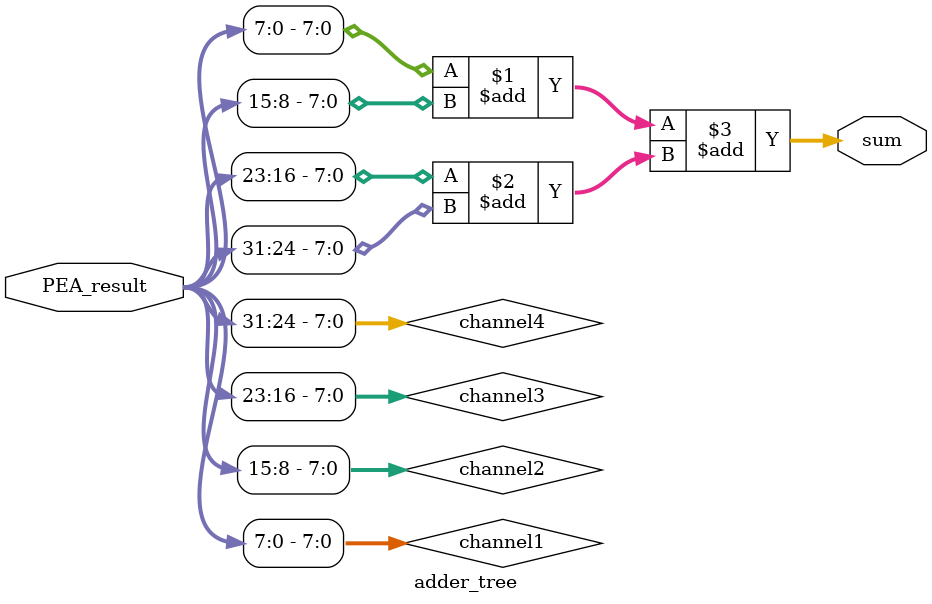
<source format=v>
`include "para.v"

module adder_tree(
	input	[31:0]	PEA_result,
	output	[7:0]	sum
);

wire	[7:0]	channel1;
wire	[7:0]	channel2;
wire	[7:0]	channel3;
wire	[7:0]	channel4;

assign channel1 = PEA_result[7:0];
assign channel2 = PEA_result[15:8];
assign channel3 = PEA_result[23:16];
assign channel4 = PEA_result[31:24];

assign sum = (channel1 + channel2) + (channel3 + channel4);

endmodule

</source>
